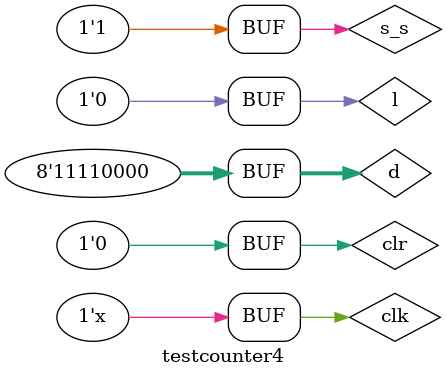
<source format=v>
module testcounter4 ();
reg [7:0] d;
wire [7:0] c;
reg s_s, l, clk, clr;

counter4 inst1 (clr, clk, l, s_s, c, d);
initial 
  begin
    # 5 clk <= 0; clr <= 0; l <= 0;  s_s <= 0;  d <= 8'hF0;
  end
always # 40 clk <= !clk;
initial 
   begin
     # 100 clr <= 1;
     #  50 clr <= 0; 
   end
initial
  begin
    #  400 s_s <= 1;
    # 3000 s_s <= 0;
  end
initial
  begin
    # 3500 s_s <= 1;
    # 3700 l <= 1;
    #  200 l <= 0;
  end
endmodule

</source>
